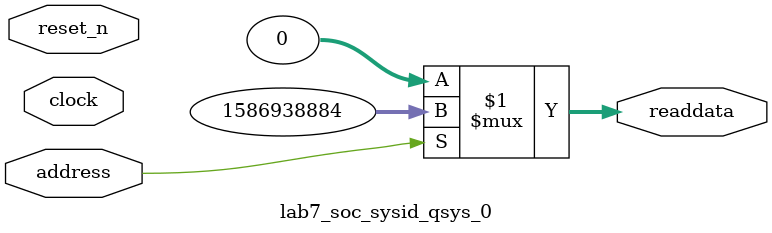
<source format=v>



// synthesis translate_off
`timescale 1ns / 1ps
// synthesis translate_on

// turn off superfluous verilog processor warnings 
// altera message_level Level1 
// altera message_off 10034 10035 10036 10037 10230 10240 10030 

module lab7_soc_sysid_qsys_0 (
               // inputs:
                address,
                clock,
                reset_n,

               // outputs:
                readdata
             )
;

  output  [ 31: 0] readdata;
  input            address;
  input            clock;
  input            reset_n;

  wire    [ 31: 0] readdata;
  //control_slave, which is an e_avalon_slave
  assign readdata = address ? 1586938884 : 0;

endmodule



</source>
